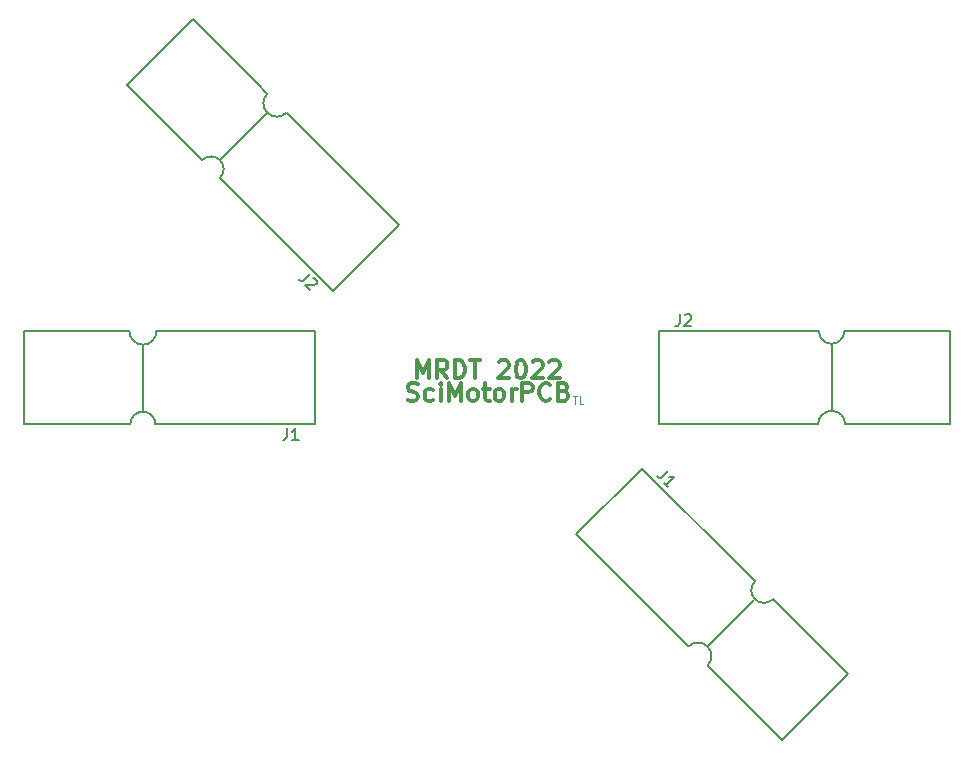
<source format=gbr>
%TF.GenerationSoftware,KiCad,Pcbnew,(5.1.9)-1*%
%TF.CreationDate,2022-03-15T15:37:10-05:00*%
%TF.ProjectId,SciMotorPCB,5363694d-6f74-46f7-9250-43422e6b6963,rev?*%
%TF.SameCoordinates,Original*%
%TF.FileFunction,Legend,Top*%
%TF.FilePolarity,Positive*%
%FSLAX46Y46*%
G04 Gerber Fmt 4.6, Leading zero omitted, Abs format (unit mm)*
G04 Created by KiCad (PCBNEW (5.1.9)-1) date 2022-03-15 15:37:10*
%MOMM*%
%LPD*%
G01*
G04 APERTURE LIST*
%ADD10C,0.076200*%
%ADD11C,0.300000*%
%ADD12C,0.150000*%
G04 APERTURE END LIST*
D10*
X164026547Y-97442261D02*
X164389404Y-97442261D01*
X164207976Y-98077261D02*
X164207976Y-97442261D01*
X164903452Y-98077261D02*
X164601071Y-98077261D01*
X164601071Y-97442261D01*
D11*
X150059285Y-97762142D02*
X150273571Y-97833571D01*
X150630714Y-97833571D01*
X150773571Y-97762142D01*
X150845000Y-97690714D01*
X150916428Y-97547857D01*
X150916428Y-97405000D01*
X150845000Y-97262142D01*
X150773571Y-97190714D01*
X150630714Y-97119285D01*
X150345000Y-97047857D01*
X150202142Y-96976428D01*
X150130714Y-96905000D01*
X150059285Y-96762142D01*
X150059285Y-96619285D01*
X150130714Y-96476428D01*
X150202142Y-96405000D01*
X150345000Y-96333571D01*
X150702142Y-96333571D01*
X150916428Y-96405000D01*
X152202142Y-97762142D02*
X152059285Y-97833571D01*
X151773571Y-97833571D01*
X151630714Y-97762142D01*
X151559285Y-97690714D01*
X151487857Y-97547857D01*
X151487857Y-97119285D01*
X151559285Y-96976428D01*
X151630714Y-96905000D01*
X151773571Y-96833571D01*
X152059285Y-96833571D01*
X152202142Y-96905000D01*
X152845000Y-97833571D02*
X152845000Y-96833571D01*
X152845000Y-96333571D02*
X152773571Y-96405000D01*
X152845000Y-96476428D01*
X152916428Y-96405000D01*
X152845000Y-96333571D01*
X152845000Y-96476428D01*
X153559285Y-97833571D02*
X153559285Y-96333571D01*
X154059285Y-97405000D01*
X154559285Y-96333571D01*
X154559285Y-97833571D01*
X155487857Y-97833571D02*
X155345000Y-97762142D01*
X155273571Y-97690714D01*
X155202142Y-97547857D01*
X155202142Y-97119285D01*
X155273571Y-96976428D01*
X155345000Y-96905000D01*
X155487857Y-96833571D01*
X155702142Y-96833571D01*
X155845000Y-96905000D01*
X155916428Y-96976428D01*
X155987857Y-97119285D01*
X155987857Y-97547857D01*
X155916428Y-97690714D01*
X155845000Y-97762142D01*
X155702142Y-97833571D01*
X155487857Y-97833571D01*
X156416428Y-96833571D02*
X156987857Y-96833571D01*
X156630714Y-96333571D02*
X156630714Y-97619285D01*
X156702142Y-97762142D01*
X156845000Y-97833571D01*
X156987857Y-97833571D01*
X157702142Y-97833571D02*
X157559285Y-97762142D01*
X157487857Y-97690714D01*
X157416428Y-97547857D01*
X157416428Y-97119285D01*
X157487857Y-96976428D01*
X157559285Y-96905000D01*
X157702142Y-96833571D01*
X157916428Y-96833571D01*
X158059285Y-96905000D01*
X158130714Y-96976428D01*
X158202142Y-97119285D01*
X158202142Y-97547857D01*
X158130714Y-97690714D01*
X158059285Y-97762142D01*
X157916428Y-97833571D01*
X157702142Y-97833571D01*
X158845000Y-97833571D02*
X158845000Y-96833571D01*
X158845000Y-97119285D02*
X158916428Y-96976428D01*
X158987857Y-96905000D01*
X159130714Y-96833571D01*
X159273571Y-96833571D01*
X159773571Y-97833571D02*
X159773571Y-96333571D01*
X160345000Y-96333571D01*
X160487857Y-96405000D01*
X160559285Y-96476428D01*
X160630714Y-96619285D01*
X160630714Y-96833571D01*
X160559285Y-96976428D01*
X160487857Y-97047857D01*
X160345000Y-97119285D01*
X159773571Y-97119285D01*
X162130714Y-97690714D02*
X162059285Y-97762142D01*
X161845000Y-97833571D01*
X161702142Y-97833571D01*
X161487857Y-97762142D01*
X161345000Y-97619285D01*
X161273571Y-97476428D01*
X161202142Y-97190714D01*
X161202142Y-96976428D01*
X161273571Y-96690714D01*
X161345000Y-96547857D01*
X161487857Y-96405000D01*
X161702142Y-96333571D01*
X161845000Y-96333571D01*
X162059285Y-96405000D01*
X162130714Y-96476428D01*
X163273571Y-97047857D02*
X163487857Y-97119285D01*
X163559285Y-97190714D01*
X163630714Y-97333571D01*
X163630714Y-97547857D01*
X163559285Y-97690714D01*
X163487857Y-97762142D01*
X163345000Y-97833571D01*
X162773571Y-97833571D01*
X162773571Y-96333571D01*
X163273571Y-96333571D01*
X163416428Y-96405000D01*
X163487857Y-96476428D01*
X163559285Y-96619285D01*
X163559285Y-96762142D01*
X163487857Y-96905000D01*
X163416428Y-96976428D01*
X163273571Y-97047857D01*
X162773571Y-97047857D01*
X150845000Y-95928571D02*
X150845000Y-94428571D01*
X151345000Y-95500000D01*
X151845000Y-94428571D01*
X151845000Y-95928571D01*
X153416428Y-95928571D02*
X152916428Y-95214285D01*
X152559285Y-95928571D02*
X152559285Y-94428571D01*
X153130714Y-94428571D01*
X153273571Y-94500000D01*
X153345000Y-94571428D01*
X153416428Y-94714285D01*
X153416428Y-94928571D01*
X153345000Y-95071428D01*
X153273571Y-95142857D01*
X153130714Y-95214285D01*
X152559285Y-95214285D01*
X154059285Y-95928571D02*
X154059285Y-94428571D01*
X154416428Y-94428571D01*
X154630714Y-94500000D01*
X154773571Y-94642857D01*
X154845000Y-94785714D01*
X154916428Y-95071428D01*
X154916428Y-95285714D01*
X154845000Y-95571428D01*
X154773571Y-95714285D01*
X154630714Y-95857142D01*
X154416428Y-95928571D01*
X154059285Y-95928571D01*
X155345000Y-94428571D02*
X156202142Y-94428571D01*
X155773571Y-95928571D02*
X155773571Y-94428571D01*
X157773571Y-94571428D02*
X157845000Y-94500000D01*
X157987857Y-94428571D01*
X158345000Y-94428571D01*
X158487857Y-94500000D01*
X158559285Y-94571428D01*
X158630714Y-94714285D01*
X158630714Y-94857142D01*
X158559285Y-95071428D01*
X157702142Y-95928571D01*
X158630714Y-95928571D01*
X159559285Y-94428571D02*
X159702142Y-94428571D01*
X159845000Y-94500000D01*
X159916428Y-94571428D01*
X159987857Y-94714285D01*
X160059285Y-95000000D01*
X160059285Y-95357142D01*
X159987857Y-95642857D01*
X159916428Y-95785714D01*
X159845000Y-95857142D01*
X159702142Y-95928571D01*
X159559285Y-95928571D01*
X159416428Y-95857142D01*
X159345000Y-95785714D01*
X159273571Y-95642857D01*
X159202142Y-95357142D01*
X159202142Y-95000000D01*
X159273571Y-94714285D01*
X159345000Y-94571428D01*
X159416428Y-94500000D01*
X159559285Y-94428571D01*
X160630714Y-94571428D02*
X160702142Y-94500000D01*
X160845000Y-94428571D01*
X161202142Y-94428571D01*
X161345000Y-94500000D01*
X161416428Y-94571428D01*
X161487857Y-94714285D01*
X161487857Y-94857142D01*
X161416428Y-95071428D01*
X160559285Y-95928571D01*
X161487857Y-95928571D01*
X162059285Y-94571428D02*
X162130714Y-94500000D01*
X162273571Y-94428571D01*
X162630714Y-94428571D01*
X162773571Y-94500000D01*
X162845000Y-94571428D01*
X162916428Y-94714285D01*
X162916428Y-94857142D01*
X162845000Y-95071428D01*
X161987857Y-95928571D01*
X162916428Y-95928571D01*
D12*
%TO.C,J2*%
X140588039Y-74263611D02*
X149280927Y-82956499D01*
X135020280Y-76598478D02*
X134212057Y-77406701D01*
X138163369Y-73455388D02*
X137337186Y-74281572D01*
X140570078Y-74245651D02*
X139797776Y-73473349D01*
X131877190Y-65552763D02*
X137355146Y-71030719D01*
X143713168Y-88524258D02*
X149280927Y-82956499D01*
X131859230Y-65534802D02*
X126309431Y-71084600D01*
X138163369Y-71838942D02*
X137301265Y-70976837D01*
X135020280Y-79831370D02*
X143713168Y-88524258D01*
X135020280Y-76598478D02*
X137337186Y-74281572D01*
X126291471Y-71102561D02*
X132649492Y-77460582D01*
X134158175Y-78969265D02*
X135020280Y-79831370D01*
X138163369Y-71838942D02*
G75*
G03*
X138163369Y-73455388I808223J-808223D01*
G01*
X134158176Y-78969265D02*
G75*
G03*
X134158175Y-77460582I-754342J754341D01*
G01*
X138163369Y-73455389D02*
G75*
G03*
X139779816Y-73455388I808223J808224D01*
G01*
X134194097Y-77496503D02*
G75*
G03*
X132685413Y-77424661I-790263J-718421D01*
G01*
%TO.C,J1*%
X173018501Y-117835248D02*
X164325613Y-109142360D01*
X178586260Y-115500381D02*
X179394483Y-114692158D01*
X175443171Y-118643471D02*
X176269354Y-117817287D01*
X173036462Y-117853208D02*
X173808764Y-118625510D01*
X181729350Y-126546096D02*
X176251394Y-121068140D01*
X169893372Y-103574601D02*
X164325613Y-109142360D01*
X181747310Y-126564057D02*
X187297109Y-121014259D01*
X175443171Y-120259917D02*
X176305275Y-121122022D01*
X178586260Y-112267489D02*
X169893372Y-103574601D01*
X178586260Y-115500381D02*
X176269354Y-117817287D01*
X187315069Y-120996298D02*
X180957048Y-114638277D01*
X179448365Y-113129594D02*
X178586260Y-112267489D01*
X175443171Y-120259917D02*
G75*
G03*
X175443171Y-118643471I-808223J808223D01*
G01*
X179448364Y-113129594D02*
G75*
G03*
X179448365Y-114638277I754342J-754341D01*
G01*
X175443171Y-118643470D02*
G75*
G03*
X173826724Y-118643471I-808223J-808224D01*
G01*
X179412443Y-114602356D02*
G75*
G03*
X180921127Y-114674198I790263J718421D01*
G01*
X129921000Y-91948000D02*
X142214600Y-91948000D01*
X127635000Y-97536000D02*
X127635000Y-98679000D01*
X127635000Y-93091000D02*
X127635000Y-94259400D01*
X129895600Y-91948000D02*
X128803400Y-91948000D01*
X117602000Y-91948000D02*
X125349000Y-91948000D01*
X142214600Y-99822000D02*
X142214600Y-91948000D01*
X117576600Y-91948000D02*
X117576600Y-99796600D01*
X126492000Y-91948000D02*
X125272800Y-91948000D01*
X129921000Y-99822000D02*
X142214600Y-99822000D01*
X127635000Y-97536000D02*
X127635000Y-94259400D01*
X117576600Y-99822000D02*
X126568200Y-99822000D01*
X128701800Y-99822000D02*
X129921000Y-99822000D01*
X127685800Y-98755200D02*
G75*
G03*
X126568200Y-99771200I-50800J-1066800D01*
G01*
X127635000Y-93091000D02*
G75*
G03*
X128778000Y-91948000I0J1143000D01*
G01*
X128701800Y-99822000D02*
G75*
G03*
X127635000Y-98755200I-1066800J0D01*
G01*
X126492000Y-91948000D02*
G75*
G03*
X127635000Y-93091000I1143000J0D01*
G01*
%TO.C,J2*%
X183662600Y-99826000D02*
X171369000Y-99826000D01*
X185948600Y-94238000D02*
X185948600Y-93095000D01*
X185948600Y-98683000D02*
X185948600Y-97514600D01*
X183688000Y-99826000D02*
X184780200Y-99826000D01*
X195981600Y-99826000D02*
X188234600Y-99826000D01*
X171369000Y-91952000D02*
X171369000Y-99826000D01*
X196007000Y-99826000D02*
X196007000Y-91977400D01*
X187091600Y-99826000D02*
X188310800Y-99826000D01*
X183662600Y-91952000D02*
X171369000Y-91952000D01*
X185948600Y-94238000D02*
X185948600Y-97514600D01*
X196007000Y-91952000D02*
X187015400Y-91952000D01*
X184881800Y-91952000D02*
X183662600Y-91952000D01*
X185897800Y-93018800D02*
G75*
G03*
X187015400Y-92002800I50800J1066800D01*
G01*
X185948600Y-98683000D02*
G75*
G03*
X184805600Y-99826000I0J-1143000D01*
G01*
X184881800Y-91952000D02*
G75*
G03*
X185948600Y-93018800I1066800J0D01*
G01*
X187091600Y-99826000D02*
G75*
G03*
X185948600Y-98683000I-1143000J0D01*
G01*
X141790038Y-87085329D02*
X141284962Y-87590405D01*
X141150275Y-87657749D01*
X141015588Y-87657749D01*
X140880901Y-87590405D01*
X140813558Y-87523062D01*
X142025741Y-87455718D02*
X142093084Y-87455718D01*
X142194099Y-87489390D01*
X142362458Y-87657749D01*
X142396130Y-87758764D01*
X142396130Y-87826108D01*
X142362458Y-87927123D01*
X142295115Y-87994466D01*
X142160428Y-88061810D01*
X141352306Y-88061810D01*
X141790038Y-88499543D01*
%TO.C,J1*%
X172119546Y-103767674D02*
X171614470Y-104272750D01*
X171479783Y-104340094D01*
X171345096Y-104340094D01*
X171210409Y-104272750D01*
X171143066Y-104205407D01*
X172119546Y-105181888D02*
X171715485Y-104777827D01*
X171917516Y-104979857D02*
X172624623Y-104272750D01*
X172456264Y-104306422D01*
X172321577Y-104306422D01*
X172220562Y-104272750D01*
X139837266Y-100164380D02*
X139837266Y-100878666D01*
X139789647Y-101021523D01*
X139694409Y-101116761D01*
X139551552Y-101164380D01*
X139456314Y-101164380D01*
X140837266Y-101164380D02*
X140265838Y-101164380D01*
X140551552Y-101164380D02*
X140551552Y-100164380D01*
X140456314Y-100307238D01*
X140361076Y-100402476D01*
X140265838Y-100450095D01*
%TO.C,J2*%
X173079666Y-90514380D02*
X173079666Y-91228666D01*
X173032047Y-91371523D01*
X172936809Y-91466761D01*
X172793952Y-91514380D01*
X172698714Y-91514380D01*
X173508238Y-90609619D02*
X173555857Y-90562000D01*
X173651095Y-90514380D01*
X173889190Y-90514380D01*
X173984428Y-90562000D01*
X174032047Y-90609619D01*
X174079666Y-90704857D01*
X174079666Y-90800095D01*
X174032047Y-90942952D01*
X173460619Y-91514380D01*
X174079666Y-91514380D01*
%TD*%
M02*

</source>
